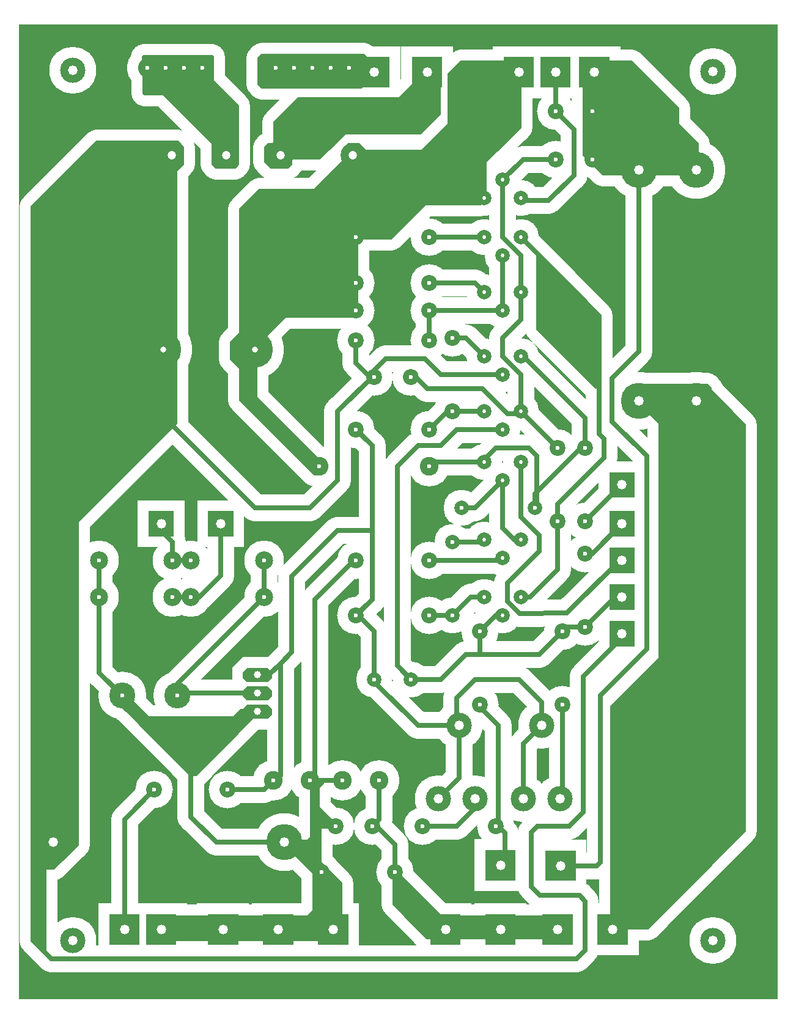
<source format=gbr>
%FSLAX34Y34*%
%MOMM*%
%LNCOPPER_BOTTOM*%
G71*
G01*
%ADD10C, 0.002*%
%ADD11C, 5.200*%
%ADD12C, 5.000*%
%ADD13C, 5.500*%
%ADD14C, 5.600*%
%ADD15C, 5.000*%
%ADD16C, 8.000*%
%ADD17C, 6.600*%
%ADD18C, 8.000*%
%ADD19C, 3.700*%
%ADD20C, 6.500*%
%ADD21C, 6.400*%
%ADD22C, 2.200*%
%ADD23C, 2.000*%
%ADD24C, 2.500*%
%ADD25C, 2.600*%
%ADD26C, 2.000*%
%ADD27C, 5.000*%
%ADD28C, 3.600*%
%ADD29C, 5.000*%
%ADD30C, 0.700*%
%ADD31C, 3.500*%
%ADD32C, 3.400*%
%ADD33C, 1.000*%
%ADD34C, 0.600*%
%ADD35C, 0.520*%
%ADD36C, 1.320*%
%ADD37C, 0.800*%
%ADD38C, 1.200*%
%LPD*%
G54D10*
X0Y1000000D02*
X1050000Y1000000D01*
X1050000Y-350000D01*
X0Y-350000D01*
X0Y1000000D01*
G36*
X0Y1000000D02*
X1050000Y1000000D01*
X1050000Y-350000D01*
X0Y-350000D01*
X0Y1000000D01*
G37*
%LPC*%
G36*
X309825Y22625D02*
X295200Y37250D01*
X295200Y58000D01*
X309825Y72625D01*
X350575Y72625D01*
X365200Y58000D01*
X365200Y37250D01*
X350575Y22625D01*
X309825Y22625D01*
G37*
G36*
X309825Y48025D02*
X295200Y62650D01*
X295200Y83400D01*
X309825Y98025D01*
X350575Y98025D01*
X365200Y83400D01*
X365200Y62650D01*
X350575Y48025D01*
X309825Y48025D01*
G37*
G36*
X309825Y73425D02*
X295200Y88050D01*
X295200Y108800D01*
X309825Y123425D01*
X350575Y123425D01*
X365200Y108800D01*
X365200Y88050D01*
X350575Y73425D01*
X309825Y73425D01*
G37*
X466725Y641350D02*
G54D11*
D03*
X568325Y641350D02*
G54D11*
D03*
X466725Y704850D02*
G54D11*
D03*
X568325Y704850D02*
G54D11*
D03*
X466725Y603250D02*
G54D11*
D03*
X568325Y603250D02*
G54D11*
D03*
X466725Y561975D02*
G54D11*
D03*
X568325Y561975D02*
G54D11*
D03*
X466725Y438150D02*
G54D11*
D03*
X568325Y438150D02*
G54D11*
D03*
X466725Y257175D02*
G54D11*
D03*
X568325Y257175D02*
G54D11*
D03*
X466725Y180975D02*
G54D11*
D03*
X568325Y180975D02*
G54D11*
D03*
X612775Y330200D02*
G54D12*
D03*
X714375Y330200D02*
G54D12*
D03*
X600075Y565150D02*
G54D11*
D03*
X600075Y463550D02*
G54D11*
D03*
X752475Y158750D02*
G54D11*
D03*
X752475Y57150D02*
G54D11*
D03*
X638175Y158750D02*
G54D11*
D03*
X638175Y57150D02*
G54D11*
D03*
X600075Y282575D02*
G54D12*
D03*
X600075Y180975D02*
G54D12*
D03*
X660400Y-111125D02*
G54D11*
D03*
X558800Y-111125D02*
G54D11*
D03*
X288925Y-60325D02*
G54D11*
D03*
X187325Y-60325D02*
G54D11*
D03*
X111125Y206375D02*
G54D13*
D03*
X212725Y206375D02*
G54D13*
D03*
X111125Y257175D02*
G54D13*
D03*
X212725Y257175D02*
G54D13*
D03*
X238125Y257175D02*
G54D13*
D03*
X339725Y257175D02*
G54D13*
D03*
X238125Y206375D02*
G54D13*
D03*
X339725Y206375D02*
G54D13*
D03*
X746125Y311150D02*
G54D11*
D03*
X746125Y412750D02*
G54D11*
D03*
X784225Y311150D02*
G54D11*
D03*
X784225Y412750D02*
G54D11*
D03*
X784225Y266700D02*
G54D11*
D03*
X784225Y165100D02*
G54D11*
D03*
X520700Y-174625D02*
G54D11*
D03*
X419100Y-174625D02*
G54D11*
D03*
X742950Y879475D02*
G54D11*
D03*
X793750Y879475D02*
G54D11*
D03*
X742950Y812800D02*
G54D11*
D03*
X793750Y812800D02*
G54D11*
D03*
X492125Y92075D02*
G54D12*
D03*
X542925Y92075D02*
G54D12*
D03*
X447675Y-47625D02*
G54D14*
D03*
X498475Y-47625D02*
G54D14*
D03*
X352425Y-47625D02*
G54D14*
D03*
X403225Y-47625D02*
G54D14*
D03*
X644525Y463550D02*
G54D15*
D03*
X669925Y438150D02*
G54D15*
D03*
X695325Y463550D02*
G54D15*
D03*
X644525Y393700D02*
G54D15*
D03*
X669925Y368300D02*
G54D15*
D03*
X695325Y393700D02*
G54D15*
D03*
X644525Y285750D02*
G54D15*
D03*
X669925Y260350D02*
G54D15*
D03*
X695325Y285750D02*
G54D15*
D03*
X644525Y206375D02*
G54D15*
D03*
X669925Y180975D02*
G54D15*
D03*
X695325Y206375D02*
G54D15*
D03*
X644525Y539750D02*
G54D15*
D03*
X669925Y514350D02*
G54D15*
D03*
X695325Y539750D02*
G54D15*
D03*
X644525Y628650D02*
G54D15*
D03*
X669925Y603250D02*
G54D15*
D03*
X695325Y628650D02*
G54D15*
D03*
X644525Y704850D02*
G54D15*
D03*
X669925Y679450D02*
G54D15*
D03*
X695325Y704850D02*
G54D15*
D03*
X695325Y758825D02*
G54D15*
D03*
X669925Y784225D02*
G54D15*
D03*
X644525Y758825D02*
G54D15*
D03*
X415925Y387350D02*
G54D14*
D03*
X568325Y387350D02*
G54D14*
D03*
X47625Y-133350D02*
G54D16*
D03*
X367625Y-133350D02*
G54D16*
D03*
X219075Y69850D02*
G54D17*
D03*
X142875Y69850D02*
G54D17*
D03*
X200025Y549275D02*
G54D18*
D03*
X327025Y549275D02*
G54D18*
D03*
X858500Y798175D02*
G54D16*
D03*
X858500Y478175D02*
G54D16*
D03*
X937875Y798175D02*
G54D16*
D03*
X937875Y478175D02*
G54D16*
D03*
G36*
X760925Y969450D02*
X832925Y969450D01*
X832925Y897450D01*
X760925Y897450D01*
X760925Y969450D01*
G37*
G36*
X656150Y969450D02*
X728150Y969450D01*
X728150Y897450D01*
X656150Y897450D01*
X656150Y969450D01*
G37*
G36*
X706950Y969450D02*
X778950Y969450D01*
X778950Y897450D01*
X706950Y897450D01*
X706950Y969450D01*
G37*
G36*
X529150Y969450D02*
X601150Y969450D01*
X601150Y897450D01*
X529150Y897450D01*
X529150Y969450D01*
G37*
G36*
X456125Y969450D02*
X528125Y969450D01*
X528125Y897450D01*
X456125Y897450D01*
X456125Y969450D01*
G37*
G36*
X110050Y-218000D02*
X182050Y-218000D01*
X182050Y-290000D01*
X110050Y-290000D01*
X110050Y-218000D01*
G37*
G36*
X160850Y-218000D02*
X232850Y-218000D01*
X232850Y-290000D01*
X160850Y-290000D01*
X160850Y-218000D01*
G37*
G36*
X246575Y-218000D02*
X318575Y-218000D01*
X318575Y-290000D01*
X246575Y-290000D01*
X246575Y-218000D01*
G37*
G36*
X322775Y-218000D02*
X394775Y-218000D01*
X394775Y-290000D01*
X322775Y-290000D01*
X322775Y-218000D01*
G37*
G36*
X398975Y-218000D02*
X470975Y-218000D01*
X470975Y-290000D01*
X398975Y-290000D01*
X398975Y-218000D01*
G37*
G36*
X554550Y-218000D02*
X626550Y-218000D01*
X626550Y-290000D01*
X554550Y-290000D01*
X554550Y-218000D01*
G37*
G36*
X630750Y-218000D02*
X702750Y-218000D01*
X702750Y-290000D01*
X630750Y-290000D01*
X630750Y-218000D01*
G37*
G36*
X710125Y-218000D02*
X782125Y-218000D01*
X782125Y-290000D01*
X710125Y-290000D01*
X710125Y-218000D01*
G37*
G36*
X786325Y-218000D02*
X858325Y-218000D01*
X858325Y-290000D01*
X786325Y-290000D01*
X786325Y-218000D01*
G37*
G36*
X802525Y394450D02*
X867525Y394450D01*
X867525Y329450D01*
X802525Y329450D01*
X802525Y394450D01*
G37*
G36*
X802525Y340475D02*
X867525Y340475D01*
X867525Y275475D01*
X802525Y275475D01*
X802525Y340475D01*
G37*
G36*
X802525Y289675D02*
X867525Y289675D01*
X867525Y224675D01*
X802525Y224675D01*
X802525Y289675D01*
G37*
G36*
X802525Y238875D02*
X867525Y238875D01*
X867525Y173875D01*
X802525Y173875D01*
X802525Y238875D01*
G37*
G36*
X802525Y188075D02*
X867525Y188075D01*
X867525Y123075D01*
X802525Y123075D01*
X802525Y188075D01*
G37*
G36*
X164350Y340475D02*
X229350Y340475D01*
X229350Y275475D01*
X164350Y275475D01*
X164350Y340475D01*
G37*
G36*
X246900Y340475D02*
X311900Y340475D01*
X311900Y275475D01*
X246900Y275475D01*
X246900Y340475D01*
G37*
G36*
X630750Y-129100D02*
X702750Y-129100D01*
X702750Y-201100D01*
X630750Y-201100D01*
X630750Y-129100D01*
G37*
G36*
X714094Y-129894D02*
X786094Y-129894D01*
X786094Y-201894D01*
X714094Y-201894D01*
X714094Y-129894D01*
G37*
X438150Y-111125D02*
G54D11*
D03*
X488950Y-111125D02*
G54D11*
D03*
G54D19*
X742950Y933450D02*
X742950Y879475D01*
X768350Y854075D01*
X768350Y790575D01*
X733425Y755650D01*
X698500Y755650D01*
X695325Y758825D01*
G54D19*
X669925Y784225D02*
X698500Y812800D01*
X742950Y812800D01*
G54D19*
X796925Y933450D02*
X796925Y882650D01*
X793750Y879475D01*
X793750Y812800D01*
X843875Y812800D01*
X858500Y798175D01*
X937875Y798175D01*
G54D19*
X695325Y539750D02*
X698500Y539750D01*
X784225Y454025D01*
X784225Y412750D01*
G54D19*
X669925Y784225D02*
X669918Y704850D01*
X695325Y679450D01*
X695325Y628650D01*
X695325Y590550D01*
X669925Y565150D01*
X669918Y539750D01*
X695325Y514350D01*
X695325Y463550D01*
X746125Y412750D01*
G54D19*
X539750Y511175D02*
X549275Y511175D01*
X565150Y495300D01*
X641350Y495300D01*
X676275Y460375D01*
X692150Y460375D01*
X695325Y463550D01*
G54D19*
X644525Y463550D02*
X600075Y463550D01*
X593725Y463550D01*
X568325Y438150D01*
G54D19*
X568325Y603250D02*
X568325Y561975D01*
G54D19*
X568325Y603250D02*
X669925Y603250D01*
X669925Y679450D01*
G54D19*
X644525Y704850D02*
X568325Y704850D01*
G54D19*
X568325Y641350D02*
X631825Y641350D01*
X644525Y628650D01*
G54D19*
X669925Y438150D02*
X606425Y438150D01*
X584200Y415925D01*
X552450Y415925D01*
X523875Y387350D01*
X523875Y111125D01*
X542925Y92075D01*
X584200Y92075D01*
X619125Y127000D01*
X720725Y127000D01*
X752475Y158750D01*
G54D19*
X638175Y158750D02*
X638175Y127050D01*
G54D19*
X669925Y180975D02*
X660400Y180975D01*
X638175Y158750D01*
G54D19*
X600075Y180975D02*
X568325Y180975D01*
G54D19*
X644525Y206375D02*
X625475Y206375D01*
X600075Y180975D01*
G54D19*
X746125Y311150D02*
X746125Y244475D01*
X708025Y206375D01*
X695325Y206375D01*
G54D19*
X835025Y257175D02*
X831850Y257175D01*
X758825Y184150D01*
X693738Y183356D01*
X676275Y200819D01*
X676275Y225425D01*
X720725Y269875D01*
X720725Y292100D01*
X695325Y317500D01*
X695325Y393700D01*
G54D19*
X612775Y330200D02*
X631825Y330200D01*
X669925Y368300D01*
G54D19*
X600075Y282575D02*
X641350Y282575D01*
X644525Y285750D01*
G54D19*
X695325Y285750D02*
X685800Y285750D01*
X669925Y301625D01*
X669925Y368300D01*
G54D19*
X835025Y206375D02*
X825500Y206375D01*
X784225Y165100D01*
X758825Y165100D01*
X752475Y158750D01*
G54D19*
X498475Y-47625D02*
X498475Y-101600D01*
X488950Y-111125D01*
X495300Y-111125D01*
X520700Y-136525D01*
X520700Y-174625D01*
X520700Y-184150D01*
X590550Y-254000D01*
X666750Y-254000D01*
X746125Y-254000D01*
G54D19*
X339725Y257175D02*
X339725Y206375D01*
G54D19*
X196850Y307975D02*
X196850Y298450D01*
X212725Y282575D01*
X212725Y257175D01*
X238125Y257175D01*
G54D19*
X212725Y206375D02*
X238125Y206375D01*
G54D19*
X279400Y307975D02*
X279400Y235750D01*
X250025Y206375D01*
X238125Y206375D01*
G54D19*
X111125Y257175D02*
X111125Y206375D01*
X111125Y101600D01*
X142875Y69850D01*
X146050Y69850D01*
X238125Y-22225D01*
X238125Y-98425D01*
X273050Y-133350D01*
X367625Y-133350D01*
X377825Y-133350D01*
X419100Y-174625D01*
G54D19*
X403225Y-47625D02*
X447675Y-47625D01*
G54D19*
X438150Y-111125D02*
X428625Y-111125D01*
X412750Y-95250D01*
X412750Y-57150D01*
X403225Y-47625D01*
G54D19*
X288925Y-60325D02*
X339725Y-60325D01*
X352425Y-47625D01*
X355600Y-47625D01*
X361950Y-41275D01*
X361950Y114300D01*
X377825Y130175D01*
X377825Y234950D01*
X441325Y298450D01*
X488950Y298450D01*
X488950Y203200D01*
X466725Y180975D01*
X469900Y180975D01*
X492125Y158750D01*
X492125Y92075D01*
X492125Y88900D01*
X552450Y28575D01*
X609600Y28575D01*
G54D19*
X466725Y257175D02*
X463550Y257175D01*
X409575Y203200D01*
X409575Y-41275D01*
X403225Y-47625D01*
G54D19*
X196850Y-254000D02*
X282575Y-254000D01*
X358775Y-254000D01*
X434975Y-254000D01*
X434975Y-190500D01*
X419100Y-174625D01*
G54D19*
X412750Y-95250D02*
X412750Y-168275D01*
X419100Y-174625D01*
G54D19*
X146050Y-254000D02*
X146050Y-101600D01*
X187325Y-60325D01*
G54D19*
X330200Y73025D02*
X222250Y73025D01*
X219075Y69850D01*
G54D19*
X339725Y206375D02*
X219075Y85725D01*
X219075Y69850D01*
G54D19*
X330200Y47625D02*
X307975Y47625D01*
X238125Y-22225D01*
G54D19*
X330200Y98425D02*
X346075Y98425D01*
X361950Y114300D01*
G54D19*
X466725Y438150D02*
X488950Y415925D01*
X488950Y298450D01*
G54D19*
X644525Y393700D02*
X574675Y393700D01*
X568325Y387350D01*
G54D19*
X784225Y412750D02*
X777875Y412750D01*
X714375Y349250D01*
X714375Y330200D01*
X492125Y511175D02*
G54D11*
D03*
X542925Y511175D02*
G54D11*
D03*
G54D19*
X492125Y511175D02*
X492125Y520700D01*
X508000Y536575D01*
X561975Y536575D01*
X584200Y514350D01*
X669925Y514350D01*
G54D19*
X466725Y561975D02*
X466725Y530225D01*
X482600Y514350D01*
X488950Y514350D01*
X492125Y511175D01*
X488950Y511175D01*
X441325Y463550D01*
X441325Y368300D01*
X403225Y330200D01*
X327025Y330200D01*
X200025Y457200D01*
X200025Y549275D01*
G54D19*
X415925Y387350D02*
X412750Y387350D01*
X327025Y473075D01*
X327025Y549275D01*
G54D19*
X631825Y-73025D02*
X631825Y-85725D01*
X606425Y-111125D01*
X558800Y-111125D01*
G54D19*
X660400Y-111125D02*
X663575Y-111125D01*
X673100Y-120650D01*
X673100Y-158750D01*
X666750Y-165100D01*
G54D19*
X638175Y57150D02*
X638175Y53975D01*
X663575Y28575D01*
X663575Y-107950D01*
X660400Y-111125D01*
G54D19*
X752475Y57150D02*
X752475Y-69850D01*
X749300Y-73025D01*
G54D19*
X698500Y-73025D02*
X698500Y3175D01*
X723900Y28575D01*
X723900Y60325D01*
X692150Y92075D01*
X631825Y92075D01*
X606425Y66675D01*
X606425Y31750D01*
X609600Y28575D01*
X609600Y-44450D01*
X581025Y-73025D01*
X609600Y28575D02*
G54D20*
D03*
X581025Y-73025D02*
G54D20*
D03*
X631825Y-73025D02*
G54D20*
D03*
X723900Y28575D02*
G54D20*
D03*
X749300Y-73025D02*
G54D20*
D03*
X698500Y-73025D02*
G54D20*
D03*
G36*
X367625Y-133350D02*
X400050Y-133350D01*
X406400Y-127000D01*
X406400Y-50800D01*
X403225Y-47625D01*
X419100Y-47625D01*
X419100Y-50800D01*
X412750Y-57150D01*
X412750Y-85725D01*
X438150Y-111125D01*
X419100Y-111125D01*
X415925Y-107950D01*
X415925Y-161925D01*
X444500Y-190500D01*
X444500Y-244475D01*
X422275Y-266700D01*
X209550Y-266700D01*
X196850Y-254000D01*
X196850Y-250825D01*
X209550Y-238125D01*
X400050Y-238125D01*
X409575Y-228600D01*
X409575Y-175300D01*
X367625Y-133350D01*
G37*
G54D19*
X367625Y-133350D02*
X400050Y-133350D01*
X406400Y-127000D01*
X406400Y-50800D01*
X403225Y-47625D01*
X419100Y-47625D01*
X419100Y-50800D01*
X412750Y-57150D01*
X412750Y-85725D01*
X438150Y-111125D01*
X419100Y-111125D01*
X415925Y-107950D01*
X415925Y-161925D01*
X444500Y-190500D01*
X444500Y-244475D01*
X422275Y-266700D01*
X209550Y-266700D01*
X196850Y-254000D01*
X196850Y-250825D01*
X209550Y-238125D01*
X400050Y-238125D01*
X409575Y-228600D01*
X409575Y-175300D01*
X367625Y-133350D01*
G36*
X133350Y76200D02*
X133350Y66675D01*
X238125Y-38100D01*
X244475Y-38100D01*
X330200Y47625D01*
X307975Y47625D01*
X298450Y38100D01*
X174625Y38100D01*
X142875Y69850D01*
X142875Y57150D01*
X149225Y50800D01*
X133350Y76200D01*
G37*
G54D19*
X133350Y76200D02*
X133350Y66675D01*
X238125Y-38100D01*
X244475Y-38100D01*
X330200Y47625D01*
X307975Y47625D01*
X298450Y38100D01*
X174625Y38100D01*
X142875Y69850D01*
X142875Y57150D01*
X149225Y50800D01*
X133350Y76200D01*
G36*
X822325Y53975D02*
X889000Y120650D01*
X889000Y447675D01*
X858500Y478175D01*
X858500Y496550D01*
X860425Y498475D01*
X952500Y498475D01*
X955675Y495300D01*
X955675Y492125D01*
X1003300Y444500D01*
X1003300Y-117475D01*
X869950Y-250825D01*
X825500Y-250825D01*
X822325Y-254000D01*
X822325Y53975D01*
G37*
G54D19*
X822325Y53975D02*
X889000Y120650D01*
X889000Y447675D01*
X858500Y478175D01*
X858500Y496550D01*
X860425Y498475D01*
X952500Y498475D01*
X955675Y495300D01*
X955675Y492125D01*
X1003300Y444500D01*
X1003300Y-117475D01*
X869950Y-250825D01*
X825500Y-250825D01*
X822325Y-254000D01*
X822325Y53975D01*
G36*
X34925Y-168275D02*
X47625Y-168275D01*
X79375Y-136525D01*
X79375Y311150D01*
X215900Y447675D01*
X215900Y796925D01*
X225425Y806450D01*
X225425Y828675D01*
X219075Y835025D01*
X107950Y835025D01*
X19050Y746125D01*
X19050Y-269875D01*
X34925Y-284162D01*
X34925Y-168275D01*
G37*
G54D19*
X34925Y-168275D02*
X47625Y-168275D01*
X79375Y-136525D01*
X79375Y311150D01*
X215900Y447675D01*
X215900Y796925D01*
X225425Y806450D01*
X225425Y828675D01*
X219075Y835025D01*
X107950Y835025D01*
X19050Y746125D01*
X19050Y-269875D01*
X34925Y-284162D01*
X34925Y-168275D01*
G36*
X796925Y933450D02*
X796925Y923925D01*
X784225Y911225D01*
X784225Y819150D01*
X809625Y793750D01*
X933450Y793750D01*
X937875Y798175D01*
X937875Y833775D01*
X911225Y860425D01*
X911225Y882650D01*
X847725Y946150D01*
X809625Y946150D01*
X796925Y933450D01*
G37*
G54D19*
X796925Y933450D02*
X796925Y923925D01*
X784225Y911225D01*
X784225Y819150D01*
X809625Y793750D01*
X933450Y793750D01*
X937875Y798175D01*
X937875Y833775D01*
X911225Y860425D01*
X911225Y882650D01*
X847725Y946150D01*
X809625Y946150D01*
X796925Y933450D01*
G36*
X173831Y954088D02*
X266700Y954088D01*
X266700Y920750D01*
X301625Y885825D01*
X301625Y806450D01*
X298450Y803275D01*
X273050Y803275D01*
X269875Y806450D01*
X269875Y835025D01*
X196850Y908050D01*
X201612Y904875D01*
X174625Y904875D01*
X173831Y954088D01*
G37*
G54D19*
X173831Y954088D02*
X266700Y954088D01*
X266700Y920750D01*
X301625Y885825D01*
X301625Y806450D01*
X298450Y803275D01*
X273050Y803275D01*
X269875Y806450D01*
X269875Y835025D01*
X196850Y908050D01*
X201612Y904875D01*
X174625Y904875D01*
X173831Y954088D01*
G36*
X333375Y917575D02*
X336550Y914400D01*
X473075Y914400D01*
X492125Y933450D01*
X492125Y939800D01*
X476250Y955675D01*
X336550Y955675D01*
X333375Y952500D01*
X333375Y917575D01*
G37*
G54D19*
X333375Y917575D02*
X336550Y914400D01*
X473075Y914400D01*
X492125Y933450D01*
X492125Y939800D01*
X476250Y955675D01*
X336550Y955675D01*
X333375Y952500D01*
X333375Y917575D01*
G36*
X704850Y946150D02*
X612775Y946150D01*
X596900Y930275D01*
X596900Y860425D01*
X558800Y822325D01*
X479425Y822325D01*
X469900Y831850D01*
X457200Y831850D01*
X454025Y828675D01*
X454025Y812800D01*
X409575Y768350D01*
X333375Y768350D01*
X307975Y742950D01*
X307975Y571500D01*
X295275Y558800D01*
X295275Y536575D01*
X307975Y523875D01*
X307975Y479425D01*
X409575Y377825D01*
X409575Y381000D01*
X415925Y387350D01*
X415925Y393700D01*
X327025Y482600D01*
X327025Y555625D01*
X368300Y596900D01*
X460375Y596900D01*
X466725Y603250D01*
X466725Y704850D01*
X514350Y704850D01*
X561975Y752475D01*
X638175Y752475D01*
X644525Y758825D01*
X644525Y809625D01*
X692150Y857250D01*
X692150Y933450D01*
X704850Y946150D01*
G37*
G54D19*
X704850Y946150D02*
X612775Y946150D01*
X596900Y930275D01*
X596900Y860425D01*
X558800Y822325D01*
X479425Y822325D01*
X469900Y831850D01*
X457200Y831850D01*
X454025Y828675D01*
X454025Y812800D01*
X409575Y768350D01*
X333375Y768350D01*
X307975Y742950D01*
X307975Y571500D01*
X295275Y558800D01*
X295275Y536575D01*
X307975Y523875D01*
X307975Y479425D01*
X409575Y377825D01*
X409575Y381000D01*
X415925Y387350D01*
X415925Y393700D01*
X327025Y482600D01*
X327025Y555625D01*
X368300Y596900D01*
X460375Y596900D01*
X466725Y603250D01*
X466725Y704850D01*
X514350Y704850D01*
X561975Y752475D01*
X638175Y752475D01*
X644525Y758825D01*
X644525Y809625D01*
X692150Y857250D01*
X692150Y933450D01*
X704850Y946150D01*
G36*
X355600Y803275D02*
X349250Y803275D01*
X342900Y809625D01*
X342900Y828675D01*
X346075Y831850D01*
X352425Y831850D01*
X355600Y835025D01*
X355600Y863600D01*
X387350Y895350D01*
X527050Y895350D01*
X565150Y933450D01*
X565150Y930275D01*
X581025Y914400D01*
X581025Y876300D01*
X555625Y850900D01*
X450850Y850900D01*
X415925Y815975D01*
X377825Y815975D01*
X374650Y812800D01*
X374650Y806450D01*
X371475Y803275D01*
X349250Y803275D01*
X355600Y803275D01*
G37*
G54D19*
X355600Y803275D02*
X349250Y803275D01*
X342900Y809625D01*
X342900Y828675D01*
X346075Y831850D01*
X352425Y831850D01*
X355600Y835025D01*
X355600Y863600D01*
X387350Y895350D01*
X527050Y895350D01*
X565150Y933450D01*
X565150Y930275D01*
X581025Y914400D01*
X581025Y876300D01*
X555625Y850900D01*
X450850Y850900D01*
X415925Y815975D01*
X377825Y815975D01*
X374650Y812800D01*
X374650Y806450D01*
X371475Y803275D01*
X349250Y803275D01*
X355600Y803275D01*
G36*
X719931Y679450D02*
X719931Y577850D01*
X799306Y498475D01*
X799306Y600075D01*
X719931Y679450D01*
G37*
G54D19*
X719931Y679450D02*
X719931Y577850D01*
X799306Y498475D01*
X799306Y600075D01*
X719931Y679450D01*
G54D19*
X644525Y393700D02*
X644525Y396875D01*
X660400Y412750D01*
X705755Y412750D01*
X716868Y401638D01*
X716868Y332693D01*
X714375Y330200D01*
G54D19*
X568325Y257175D02*
X666750Y257175D01*
X669925Y260350D01*
G54D19*
X600075Y565150D02*
X619125Y565150D01*
X644525Y539750D01*
G54D19*
X784225Y311150D02*
X835025Y361950D01*
G54D19*
X784225Y266700D02*
X793750Y266700D01*
X835025Y307975D01*
X961231Y-269875D02*
G54D20*
D03*
X961231Y934244D02*
G54D20*
D03*
X74612Y-269875D02*
G54D20*
D03*
X74612Y935831D02*
G54D20*
D03*
G36*
X520700Y-174625D02*
X520700Y-219075D01*
X565944Y-264319D01*
X735806Y-264319D01*
X746125Y-254000D01*
X744538Y-254000D01*
X728662Y-238125D01*
X584200Y-238125D01*
X520700Y-174625D01*
G37*
G54D19*
X520700Y-174625D02*
X520700Y-219075D01*
X565944Y-264319D01*
X735806Y-264319D01*
X746125Y-254000D01*
X744538Y-254000D01*
X728662Y-238125D01*
X584200Y-238125D01*
X520700Y-174625D01*
G54D19*
X858500Y798175D02*
X858500Y546556D01*
X821531Y509588D01*
X821531Y449262D01*
X869156Y401638D01*
X869156Y134144D01*
X804862Y69850D01*
X804862Y-161131D01*
X800100Y-165894D01*
G54D19*
X835025Y155575D02*
X835025Y150019D01*
X781050Y96044D01*
X781050Y-92075D01*
X762000Y-111125D01*
X718344Y-111125D01*
X709612Y-119856D01*
X709612Y-195262D01*
X721519Y-207169D01*
X776288Y-207169D01*
X784225Y-215106D01*
X784225Y-283369D01*
X772319Y-295275D01*
X44450Y-295275D01*
X19050Y-269875D01*
G54D19*
X750094Y-165894D02*
X800100Y-165894D01*
G54D19*
X746125Y311150D02*
X746125Y334962D01*
X810419Y399256D01*
X810419Y425450D01*
X803275Y432594D01*
X803275Y596106D01*
X751681Y648494D01*
X695325Y704850D01*
X361931Y818356D02*
G54D21*
D03*
X286931Y818356D02*
G54D21*
D03*
X211931Y818356D02*
G54D21*
D03*
X461931Y818356D02*
G54D21*
D03*
X177800Y939800D02*
G54D14*
D03*
X228600Y939800D02*
G54D14*
D03*
X457200Y939800D02*
G54D14*
D03*
X406400Y939800D02*
G54D14*
D03*
X381000Y939800D02*
G54D14*
D03*
X355600Y939800D02*
G54D14*
D03*
X431800Y939800D02*
G54D14*
D03*
X203200Y939800D02*
G54D14*
D03*
X254000Y939800D02*
G54D14*
D03*
%LPD*%
G36*
X316050Y37625D02*
X310200Y43475D01*
X310200Y51775D01*
X316050Y57625D01*
X344350Y57625D01*
X350200Y51775D01*
X350200Y43475D01*
X344350Y37625D01*
X316050Y37625D01*
G37*
G36*
X316050Y63025D02*
X310200Y68875D01*
X310200Y77175D01*
X316050Y83025D01*
X344350Y83025D01*
X350200Y77175D01*
X350200Y68875D01*
X344350Y63025D01*
X316050Y63025D01*
G37*
G36*
X316050Y88425D02*
X310200Y94275D01*
X310200Y102575D01*
X316050Y108425D01*
X344350Y108425D01*
X350200Y102575D01*
X350200Y94275D01*
X344350Y88425D01*
X316050Y88425D01*
G37*
X466725Y641350D02*
G54D22*
D03*
X568325Y641350D02*
G54D22*
D03*
X466725Y704850D02*
G54D22*
D03*
X568325Y704850D02*
G54D22*
D03*
X466725Y603250D02*
G54D22*
D03*
X568325Y603250D02*
G54D22*
D03*
X466725Y561975D02*
G54D22*
D03*
X568325Y561975D02*
G54D22*
D03*
X466725Y438150D02*
G54D22*
D03*
X568325Y438150D02*
G54D22*
D03*
X466725Y257175D02*
G54D22*
D03*
X568325Y257175D02*
G54D22*
D03*
X466725Y180975D02*
G54D22*
D03*
X568325Y180975D02*
G54D22*
D03*
X612775Y330200D02*
G54D23*
D03*
X714375Y330200D02*
G54D23*
D03*
X600075Y565150D02*
G54D22*
D03*
X600075Y463550D02*
G54D22*
D03*
X752475Y158750D02*
G54D22*
D03*
X752475Y57150D02*
G54D22*
D03*
X638175Y158750D02*
G54D22*
D03*
X638175Y57150D02*
G54D22*
D03*
X600075Y282575D02*
G54D23*
D03*
X600075Y180975D02*
G54D23*
D03*
X660400Y-111125D02*
G54D22*
D03*
X558800Y-111125D02*
G54D22*
D03*
X288925Y-60325D02*
G54D22*
D03*
X187325Y-60325D02*
G54D22*
D03*
X111125Y206375D02*
G54D24*
D03*
X212725Y206375D02*
G54D24*
D03*
X111125Y257175D02*
G54D24*
D03*
X212725Y257175D02*
G54D24*
D03*
X238125Y257175D02*
G54D24*
D03*
X339725Y257175D02*
G54D24*
D03*
X238125Y206375D02*
G54D24*
D03*
X339725Y206375D02*
G54D24*
D03*
X746125Y311150D02*
G54D22*
D03*
X746125Y412750D02*
G54D22*
D03*
X784225Y311150D02*
G54D22*
D03*
X784225Y412750D02*
G54D22*
D03*
X784225Y266700D02*
G54D22*
D03*
X784225Y165100D02*
G54D22*
D03*
X520700Y-174625D02*
G54D22*
D03*
X419100Y-174625D02*
G54D22*
D03*
X742950Y879475D02*
G54D22*
D03*
X793750Y879475D02*
G54D22*
D03*
X742950Y812800D02*
G54D22*
D03*
X793750Y812800D02*
G54D22*
D03*
X492125Y92075D02*
G54D23*
D03*
X542925Y92075D02*
G54D23*
D03*
X447675Y-47625D02*
G54D25*
D03*
X498475Y-47625D02*
G54D25*
D03*
X352425Y-47625D02*
G54D25*
D03*
X403225Y-47625D02*
G54D25*
D03*
X644525Y463550D02*
G54D26*
D03*
X669925Y438150D02*
G54D26*
D03*
X695325Y463550D02*
G54D26*
D03*
X644525Y393700D02*
G54D26*
D03*
X669925Y368300D02*
G54D26*
D03*
X695325Y393700D02*
G54D26*
D03*
X644525Y285750D02*
G54D26*
D03*
X669925Y260350D02*
G54D26*
D03*
X695325Y285750D02*
G54D26*
D03*
X644525Y206375D02*
G54D26*
D03*
X669925Y180975D02*
G54D26*
D03*
X695325Y206375D02*
G54D26*
D03*
X644525Y539750D02*
G54D26*
D03*
X669925Y514350D02*
G54D26*
D03*
X695325Y539750D02*
G54D26*
D03*
X644525Y628650D02*
G54D26*
D03*
X669925Y603250D02*
G54D26*
D03*
X695325Y628650D02*
G54D26*
D03*
X644525Y704850D02*
G54D26*
D03*
X669925Y679450D02*
G54D26*
D03*
X695325Y704850D02*
G54D26*
D03*
X695325Y758825D02*
G54D26*
D03*
X669925Y784225D02*
G54D26*
D03*
X644525Y758825D02*
G54D26*
D03*
X415925Y387350D02*
G54D25*
D03*
X568325Y387350D02*
G54D25*
D03*
X47625Y-133350D02*
G54D27*
D03*
X367625Y-133350D02*
G54D27*
D03*
X219075Y69850D02*
G54D28*
D03*
X142875Y69850D02*
G54D28*
D03*
X200025Y549275D02*
G54D29*
D03*
X327025Y549275D02*
G54D29*
D03*
X858500Y798175D02*
G54D27*
D03*
X858500Y478175D02*
G54D27*
D03*
X937875Y798175D02*
G54D27*
D03*
X937875Y478175D02*
G54D27*
D03*
G36*
X775925Y954450D02*
X817925Y954450D01*
X817925Y912450D01*
X775925Y912450D01*
X775925Y954450D01*
G37*
G36*
X671150Y954450D02*
X713150Y954450D01*
X713150Y912450D01*
X671150Y912450D01*
X671150Y954450D01*
G37*
G36*
X721950Y954450D02*
X763950Y954450D01*
X763950Y912450D01*
X721950Y912450D01*
X721950Y954450D01*
G37*
G36*
X544150Y954450D02*
X586150Y954450D01*
X586150Y912450D01*
X544150Y912450D01*
X544150Y954450D01*
G37*
G36*
X471125Y954450D02*
X513125Y954450D01*
X513125Y912450D01*
X471125Y912450D01*
X471125Y954450D01*
G37*
G36*
X125050Y-233000D02*
X167050Y-233000D01*
X167050Y-275000D01*
X125050Y-275000D01*
X125050Y-233000D01*
G37*
G36*
X175850Y-233000D02*
X217850Y-233000D01*
X217850Y-275000D01*
X175850Y-275000D01*
X175850Y-233000D01*
G37*
G36*
X261575Y-233000D02*
X303575Y-233000D01*
X303575Y-275000D01*
X261575Y-275000D01*
X261575Y-233000D01*
G37*
G36*
X337775Y-233000D02*
X379775Y-233000D01*
X379775Y-275000D01*
X337775Y-275000D01*
X337775Y-233000D01*
G37*
G36*
X413975Y-233000D02*
X455975Y-233000D01*
X455975Y-275000D01*
X413975Y-275000D01*
X413975Y-233000D01*
G37*
G36*
X569550Y-233000D02*
X611550Y-233000D01*
X611550Y-275000D01*
X569550Y-275000D01*
X569550Y-233000D01*
G37*
G36*
X645750Y-233000D02*
X687750Y-233000D01*
X687750Y-275000D01*
X645750Y-275000D01*
X645750Y-233000D01*
G37*
G36*
X725125Y-233000D02*
X767125Y-233000D01*
X767125Y-275000D01*
X725125Y-275000D01*
X725125Y-233000D01*
G37*
G36*
X801325Y-233000D02*
X843325Y-233000D01*
X843325Y-275000D01*
X801325Y-275000D01*
X801325Y-233000D01*
G37*
G36*
X817525Y379450D02*
X852525Y379450D01*
X852525Y344450D01*
X817525Y344450D01*
X817525Y379450D01*
G37*
G36*
X817525Y325475D02*
X852525Y325475D01*
X852525Y290475D01*
X817525Y290475D01*
X817525Y325475D01*
G37*
G36*
X817525Y274675D02*
X852525Y274675D01*
X852525Y239675D01*
X817525Y239675D01*
X817525Y274675D01*
G37*
G36*
X817525Y223875D02*
X852525Y223875D01*
X852525Y188875D01*
X817525Y188875D01*
X817525Y223875D01*
G37*
G36*
X817525Y173075D02*
X852525Y173075D01*
X852525Y138075D01*
X817525Y138075D01*
X817525Y173075D01*
G37*
G36*
X179350Y325475D02*
X214350Y325475D01*
X214350Y290475D01*
X179350Y290475D01*
X179350Y325475D01*
G37*
G36*
X261900Y325475D02*
X296900Y325475D01*
X296900Y290475D01*
X261900Y290475D01*
X261900Y325475D01*
G37*
G36*
X645750Y-144100D02*
X687750Y-144100D01*
X687750Y-186100D01*
X645750Y-186100D01*
X645750Y-144100D01*
G37*
G36*
X729094Y-144894D02*
X771094Y-144894D01*
X771094Y-186894D01*
X729094Y-186894D01*
X729094Y-144894D01*
G37*
X438150Y-111125D02*
G54D22*
D03*
X488950Y-111125D02*
G54D22*
D03*
G54D30*
X742950Y933450D02*
X742950Y879475D01*
X768350Y854075D01*
X768350Y790575D01*
X733425Y755650D01*
X698500Y755650D01*
X695325Y758825D01*
G54D30*
X669925Y784225D02*
X698500Y812800D01*
X742950Y812800D01*
G54D30*
X796925Y933450D02*
X796925Y882650D01*
X793750Y879475D01*
X793750Y812800D01*
X843875Y812800D01*
X858500Y798175D01*
X937875Y798175D01*
G54D30*
X695325Y539750D02*
X698500Y539750D01*
X784225Y454025D01*
X784225Y412750D01*
G54D30*
X669925Y784225D02*
X669918Y704850D01*
X695325Y679450D01*
X695325Y628650D01*
X695325Y590550D01*
X669925Y565150D01*
X669918Y539750D01*
X695325Y514350D01*
X695325Y463550D01*
X746125Y412750D01*
G54D30*
X539750Y511175D02*
X549275Y511175D01*
X565150Y495300D01*
X641350Y495300D01*
X676275Y460375D01*
X692150Y460375D01*
X695325Y463550D01*
G54D30*
X644525Y463550D02*
X600075Y463550D01*
X593725Y463550D01*
X568325Y438150D01*
G54D30*
X568325Y603250D02*
X568325Y561975D01*
G54D30*
X568325Y603250D02*
X669925Y603250D01*
X669925Y679450D01*
G54D30*
X644525Y704850D02*
X568325Y704850D01*
G54D30*
X568325Y641350D02*
X631825Y641350D01*
X644525Y628650D01*
G54D30*
X669925Y438150D02*
X606425Y438150D01*
X584200Y415925D01*
X552450Y415925D01*
X523875Y387350D01*
X523875Y111125D01*
X542925Y92075D01*
X584200Y92075D01*
X619125Y127000D01*
X720725Y127000D01*
X752475Y158750D01*
G54D30*
X638175Y158750D02*
X638175Y127050D01*
G54D30*
X669925Y180975D02*
X660400Y180975D01*
X638175Y158750D01*
G54D30*
X600075Y180975D02*
X568325Y180975D01*
G54D30*
X644525Y206375D02*
X625475Y206375D01*
X600075Y180975D01*
G54D30*
X746125Y311150D02*
X746125Y244475D01*
X708025Y206375D01*
X695325Y206375D01*
G54D30*
X835025Y257175D02*
X831850Y257175D01*
X758825Y184150D01*
X693738Y183356D01*
X676275Y200819D01*
X676275Y225425D01*
X720725Y269875D01*
X720725Y292100D01*
X695325Y317500D01*
X695325Y393700D01*
G54D30*
X612775Y330200D02*
X631825Y330200D01*
X669925Y368300D01*
G54D30*
X600075Y282575D02*
X641350Y282575D01*
X644525Y285750D01*
G54D30*
X695325Y285750D02*
X685800Y285750D01*
X669925Y301625D01*
X669925Y368300D01*
G54D30*
X835025Y206375D02*
X825500Y206375D01*
X784225Y165100D01*
X758825Y165100D01*
X752475Y158750D01*
G54D30*
X498475Y-47625D02*
X498475Y-101600D01*
X488950Y-111125D01*
X495300Y-111125D01*
X520700Y-136525D01*
X520700Y-174625D01*
X520700Y-184150D01*
X590550Y-254000D01*
X666750Y-254000D01*
X746125Y-254000D01*
G54D30*
X339725Y257175D02*
X339725Y206375D01*
G54D30*
X196850Y307975D02*
X196850Y298450D01*
X212725Y282575D01*
X212725Y257175D01*
X238125Y257175D01*
G54D30*
X212725Y206375D02*
X238125Y206375D01*
G54D30*
X279400Y307975D02*
X279400Y235750D01*
X250025Y206375D01*
X238125Y206375D01*
G54D30*
X111125Y257175D02*
X111125Y206375D01*
X111125Y101600D01*
X142875Y69850D01*
X146050Y69850D01*
X238125Y-22225D01*
X238125Y-98425D01*
X273050Y-133350D01*
X367625Y-133350D01*
X377825Y-133350D01*
X419100Y-174625D01*
G54D30*
X403225Y-47625D02*
X447675Y-47625D01*
G54D30*
X438150Y-111125D02*
X428625Y-111125D01*
X412750Y-95250D01*
X412750Y-57150D01*
X403225Y-47625D01*
G54D30*
X288925Y-60325D02*
X339725Y-60325D01*
X352425Y-47625D01*
X355600Y-47625D01*
X361950Y-41275D01*
X361950Y114300D01*
X377825Y130175D01*
X377825Y234950D01*
X441325Y298450D01*
X488950Y298450D01*
X488950Y203200D01*
X466725Y180975D01*
X469900Y180975D01*
X492125Y158750D01*
X492125Y92075D01*
X492125Y88900D01*
X552450Y28575D01*
X609600Y28575D01*
G54D30*
X466725Y257175D02*
X463550Y257175D01*
X409575Y203200D01*
X409575Y-41275D01*
X403225Y-47625D01*
G54D30*
X196850Y-254000D02*
X282575Y-254000D01*
X358775Y-254000D01*
X434975Y-254000D01*
X434975Y-190500D01*
X419100Y-174625D01*
G54D30*
X412750Y-95250D02*
X412750Y-168275D01*
X419100Y-174625D01*
G54D30*
X146050Y-254000D02*
X146050Y-101600D01*
X187325Y-60325D01*
G54D30*
X330200Y73025D02*
X222250Y73025D01*
X219075Y69850D01*
G54D30*
X339725Y206375D02*
X219075Y85725D01*
X219075Y69850D01*
G54D30*
X330200Y47625D02*
X307975Y47625D01*
X238125Y-22225D01*
G54D30*
X330200Y98425D02*
X346075Y98425D01*
X361950Y114300D01*
G54D30*
X466725Y438150D02*
X488950Y415925D01*
X488950Y298450D01*
G54D30*
X644525Y393700D02*
X574675Y393700D01*
X568325Y387350D01*
G54D30*
X784225Y412750D02*
X777875Y412750D01*
X714375Y349250D01*
X714375Y330200D01*
X492125Y511175D02*
G54D22*
D03*
X542925Y511175D02*
G54D22*
D03*
G54D30*
X492125Y511175D02*
X492125Y520700D01*
X508000Y536575D01*
X561975Y536575D01*
X584200Y514350D01*
X669925Y514350D01*
G54D30*
X466725Y561975D02*
X466725Y530225D01*
X482600Y514350D01*
X488950Y514350D01*
X492125Y511175D01*
X488950Y511175D01*
X441325Y463550D01*
X441325Y368300D01*
X403225Y330200D01*
X327025Y330200D01*
X200025Y457200D01*
X200025Y549275D01*
G54D30*
X415925Y387350D02*
X412750Y387350D01*
X327025Y473075D01*
X327025Y549275D01*
G54D30*
X631825Y-73025D02*
X631825Y-85725D01*
X606425Y-111125D01*
X558800Y-111125D01*
G54D30*
X660400Y-111125D02*
X663575Y-111125D01*
X673100Y-120650D01*
X673100Y-158750D01*
X666750Y-165100D01*
G54D30*
X638175Y57150D02*
X638175Y53975D01*
X663575Y28575D01*
X663575Y-107950D01*
X660400Y-111125D01*
G54D30*
X752475Y57150D02*
X752475Y-69850D01*
X749300Y-73025D01*
G54D30*
X698500Y-73025D02*
X698500Y3175D01*
X723900Y28575D01*
X723900Y60325D01*
X692150Y92075D01*
X631825Y92075D01*
X606425Y66675D01*
X606425Y31750D01*
X609600Y28575D01*
X609600Y-44450D01*
X581025Y-73025D01*
X609600Y28575D02*
G54D31*
D03*
X581025Y-73025D02*
G54D31*
D03*
X631825Y-73025D02*
G54D31*
D03*
X723900Y28575D02*
G54D31*
D03*
X749300Y-73025D02*
G54D31*
D03*
X698500Y-73025D02*
G54D31*
D03*
G36*
X367625Y-133350D02*
X400050Y-133350D01*
X406400Y-127000D01*
X406400Y-50800D01*
X403225Y-47625D01*
X419100Y-47625D01*
X419100Y-50800D01*
X412750Y-57150D01*
X412750Y-85725D01*
X438150Y-111125D01*
X419100Y-111125D01*
X415925Y-107950D01*
X415925Y-161925D01*
X444500Y-190500D01*
X444500Y-244475D01*
X422275Y-266700D01*
X209550Y-266700D01*
X196850Y-254000D01*
X196850Y-250825D01*
X209550Y-238125D01*
X400050Y-238125D01*
X409575Y-228600D01*
X409575Y-175300D01*
X367625Y-133350D01*
G37*
G54D30*
X367625Y-133350D02*
X400050Y-133350D01*
X406400Y-127000D01*
X406400Y-50800D01*
X403225Y-47625D01*
X419100Y-47625D01*
X419100Y-50800D01*
X412750Y-57150D01*
X412750Y-85725D01*
X438150Y-111125D01*
X419100Y-111125D01*
X415925Y-107950D01*
X415925Y-161925D01*
X444500Y-190500D01*
X444500Y-244475D01*
X422275Y-266700D01*
X209550Y-266700D01*
X196850Y-254000D01*
X196850Y-250825D01*
X209550Y-238125D01*
X400050Y-238125D01*
X409575Y-228600D01*
X409575Y-175300D01*
X367625Y-133350D01*
G36*
X133350Y76200D02*
X133350Y66675D01*
X238125Y-38100D01*
X244475Y-38100D01*
X330200Y47625D01*
X307975Y47625D01*
X298450Y38100D01*
X174625Y38100D01*
X142875Y69850D01*
X142875Y57150D01*
X149225Y50800D01*
X133350Y76200D01*
G37*
G54D30*
X133350Y76200D02*
X133350Y66675D01*
X238125Y-38100D01*
X244475Y-38100D01*
X330200Y47625D01*
X307975Y47625D01*
X298450Y38100D01*
X174625Y38100D01*
X142875Y69850D01*
X142875Y57150D01*
X149225Y50800D01*
X133350Y76200D01*
G36*
X822325Y53975D02*
X889000Y120650D01*
X889000Y447675D01*
X858500Y478175D01*
X858500Y496550D01*
X860425Y498475D01*
X952500Y498475D01*
X955675Y495300D01*
X955675Y492125D01*
X1003300Y444500D01*
X1003300Y-117475D01*
X869950Y-250825D01*
X825500Y-250825D01*
X822325Y-254000D01*
X822325Y53975D01*
G37*
G54D30*
X822325Y53975D02*
X889000Y120650D01*
X889000Y447675D01*
X858500Y478175D01*
X858500Y496550D01*
X860425Y498475D01*
X952500Y498475D01*
X955675Y495300D01*
X955675Y492125D01*
X1003300Y444500D01*
X1003300Y-117475D01*
X869950Y-250825D01*
X825500Y-250825D01*
X822325Y-254000D01*
X822325Y53975D01*
G36*
X34925Y-168275D02*
X47625Y-168275D01*
X79375Y-136525D01*
X79375Y311150D01*
X215900Y447675D01*
X215900Y796925D01*
X225425Y806450D01*
X225425Y828675D01*
X219075Y835025D01*
X107950Y835025D01*
X19050Y746125D01*
X19050Y-269875D01*
X34925Y-284162D01*
X34925Y-168275D01*
G37*
G54D30*
X34925Y-168275D02*
X47625Y-168275D01*
X79375Y-136525D01*
X79375Y311150D01*
X215900Y447675D01*
X215900Y796925D01*
X225425Y806450D01*
X225425Y828675D01*
X219075Y835025D01*
X107950Y835025D01*
X19050Y746125D01*
X19050Y-269875D01*
X34925Y-284162D01*
X34925Y-168275D01*
G36*
X796925Y933450D02*
X796925Y923925D01*
X784225Y911225D01*
X784225Y819150D01*
X809625Y793750D01*
X933450Y793750D01*
X937875Y798175D01*
X937875Y833775D01*
X911225Y860425D01*
X911225Y882650D01*
X847725Y946150D01*
X809625Y946150D01*
X796925Y933450D01*
G37*
G54D30*
X796925Y933450D02*
X796925Y923925D01*
X784225Y911225D01*
X784225Y819150D01*
X809625Y793750D01*
X933450Y793750D01*
X937875Y798175D01*
X937875Y833775D01*
X911225Y860425D01*
X911225Y882650D01*
X847725Y946150D01*
X809625Y946150D01*
X796925Y933450D01*
G36*
X173831Y954088D02*
X266700Y954088D01*
X266700Y920750D01*
X301625Y885825D01*
X301625Y806450D01*
X298450Y803275D01*
X273050Y803275D01*
X269875Y806450D01*
X269875Y835025D01*
X196850Y908050D01*
X201612Y904875D01*
X174625Y904875D01*
X173831Y954088D01*
G37*
G54D30*
X173831Y954088D02*
X266700Y954088D01*
X266700Y920750D01*
X301625Y885825D01*
X301625Y806450D01*
X298450Y803275D01*
X273050Y803275D01*
X269875Y806450D01*
X269875Y835025D01*
X196850Y908050D01*
X201612Y904875D01*
X174625Y904875D01*
X173831Y954088D01*
G36*
X333375Y917575D02*
X336550Y914400D01*
X473075Y914400D01*
X492125Y933450D01*
X492125Y939800D01*
X476250Y955675D01*
X336550Y955675D01*
X333375Y952500D01*
X333375Y917575D01*
G37*
G54D30*
X333375Y917575D02*
X336550Y914400D01*
X473075Y914400D01*
X492125Y933450D01*
X492125Y939800D01*
X476250Y955675D01*
X336550Y955675D01*
X333375Y952500D01*
X333375Y917575D01*
G36*
X704850Y946150D02*
X612775Y946150D01*
X596900Y930275D01*
X596900Y860425D01*
X558800Y822325D01*
X479425Y822325D01*
X469900Y831850D01*
X457200Y831850D01*
X454025Y828675D01*
X454025Y812800D01*
X409575Y768350D01*
X333375Y768350D01*
X307975Y742950D01*
X307975Y571500D01*
X295275Y558800D01*
X295275Y536575D01*
X307975Y523875D01*
X307975Y479425D01*
X409575Y377825D01*
X409575Y381000D01*
X415925Y387350D01*
X415925Y393700D01*
X327025Y482600D01*
X327025Y555625D01*
X368300Y596900D01*
X460375Y596900D01*
X466725Y603250D01*
X466725Y704850D01*
X514350Y704850D01*
X561975Y752475D01*
X638175Y752475D01*
X644525Y758825D01*
X644525Y809625D01*
X692150Y857250D01*
X692150Y933450D01*
X704850Y946150D01*
G37*
G54D30*
X704850Y946150D02*
X612775Y946150D01*
X596900Y930275D01*
X596900Y860425D01*
X558800Y822325D01*
X479425Y822325D01*
X469900Y831850D01*
X457200Y831850D01*
X454025Y828675D01*
X454025Y812800D01*
X409575Y768350D01*
X333375Y768350D01*
X307975Y742950D01*
X307975Y571500D01*
X295275Y558800D01*
X295275Y536575D01*
X307975Y523875D01*
X307975Y479425D01*
X409575Y377825D01*
X409575Y381000D01*
X415925Y387350D01*
X415925Y393700D01*
X327025Y482600D01*
X327025Y555625D01*
X368300Y596900D01*
X460375Y596900D01*
X466725Y603250D01*
X466725Y704850D01*
X514350Y704850D01*
X561975Y752475D01*
X638175Y752475D01*
X644525Y758825D01*
X644525Y809625D01*
X692150Y857250D01*
X692150Y933450D01*
X704850Y946150D01*
G36*
X355600Y803275D02*
X349250Y803275D01*
X342900Y809625D01*
X342900Y828675D01*
X346075Y831850D01*
X352425Y831850D01*
X355600Y835025D01*
X355600Y863600D01*
X387350Y895350D01*
X527050Y895350D01*
X565150Y933450D01*
X565150Y930275D01*
X581025Y914400D01*
X581025Y876300D01*
X555625Y850900D01*
X450850Y850900D01*
X415925Y815975D01*
X377825Y815975D01*
X374650Y812800D01*
X374650Y806450D01*
X371475Y803275D01*
X349250Y803275D01*
X355600Y803275D01*
G37*
G54D30*
X355600Y803275D02*
X349250Y803275D01*
X342900Y809625D01*
X342900Y828675D01*
X346075Y831850D01*
X352425Y831850D01*
X355600Y835025D01*
X355600Y863600D01*
X387350Y895350D01*
X527050Y895350D01*
X565150Y933450D01*
X565150Y930275D01*
X581025Y914400D01*
X581025Y876300D01*
X555625Y850900D01*
X450850Y850900D01*
X415925Y815975D01*
X377825Y815975D01*
X374650Y812800D01*
X374650Y806450D01*
X371475Y803275D01*
X349250Y803275D01*
X355600Y803275D01*
G36*
X719931Y679450D02*
X719931Y577850D01*
X799306Y498475D01*
X799306Y600075D01*
X719931Y679450D01*
G37*
G54D30*
X719931Y679450D02*
X719931Y577850D01*
X799306Y498475D01*
X799306Y600075D01*
X719931Y679450D01*
G54D30*
X644525Y393700D02*
X644525Y396875D01*
X660400Y412750D01*
X705755Y412750D01*
X716868Y401638D01*
X716868Y332693D01*
X714375Y330200D01*
G54D30*
X568325Y257175D02*
X666750Y257175D01*
X669925Y260350D01*
G54D30*
X600075Y565150D02*
X619125Y565150D01*
X644525Y539750D01*
G54D30*
X784225Y311150D02*
X835025Y361950D01*
G54D30*
X784225Y266700D02*
X793750Y266700D01*
X835025Y307975D01*
X961231Y-269875D02*
G54D31*
D03*
X961231Y934244D02*
G54D31*
D03*
X74612Y-269875D02*
G54D31*
D03*
X74612Y935831D02*
G54D31*
D03*
G36*
X520700Y-174625D02*
X520700Y-219075D01*
X565944Y-264319D01*
X735806Y-264319D01*
X746125Y-254000D01*
X744538Y-254000D01*
X728662Y-238125D01*
X584200Y-238125D01*
X520700Y-174625D01*
G37*
G54D30*
X520700Y-174625D02*
X520700Y-219075D01*
X565944Y-264319D01*
X735806Y-264319D01*
X746125Y-254000D01*
X744538Y-254000D01*
X728662Y-238125D01*
X584200Y-238125D01*
X520700Y-174625D01*
G54D30*
X858500Y798175D02*
X858500Y546556D01*
X821531Y509588D01*
X821531Y449262D01*
X869156Y401638D01*
X869156Y134144D01*
X804862Y69850D01*
X804862Y-161131D01*
X800100Y-165894D01*
G54D30*
X835025Y155575D02*
X835025Y150019D01*
X781050Y96044D01*
X781050Y-92075D01*
X762000Y-111125D01*
X718344Y-111125D01*
X709612Y-119856D01*
X709612Y-195262D01*
X721519Y-207169D01*
X776288Y-207169D01*
X784225Y-215106D01*
X784225Y-283369D01*
X772319Y-295275D01*
X44450Y-295275D01*
X19050Y-269875D01*
G54D30*
X750094Y-165894D02*
X800100Y-165894D01*
G54D30*
X746125Y311150D02*
X746125Y334962D01*
X810419Y399256D01*
X810419Y425450D01*
X803275Y432594D01*
X803275Y596106D01*
X751681Y648494D01*
X695325Y704850D01*
X361931Y818356D02*
G54D32*
D03*
X286931Y818356D02*
G54D32*
D03*
X211931Y818356D02*
G54D32*
D03*
X461931Y818356D02*
G54D32*
D03*
X177800Y939800D02*
G54D25*
D03*
X228600Y939800D02*
G54D25*
D03*
X457200Y939800D02*
G54D25*
D03*
X406400Y939800D02*
G54D25*
D03*
X381000Y939800D02*
G54D25*
D03*
X355600Y939800D02*
G54D25*
D03*
X431800Y939800D02*
G54D25*
D03*
X203200Y939800D02*
G54D25*
D03*
X254000Y939800D02*
G54D25*
D03*
%LNAUGENFREISTANZEN*%
%LPC*%
X330200Y47625D02*
G54D33*
D03*
X330200Y73025D02*
G54D33*
D03*
X330200Y98425D02*
G54D33*
D03*
X466725Y641350D02*
G54D34*
D03*
X568325Y641350D02*
G54D34*
D03*
X466725Y704850D02*
G54D34*
D03*
X568325Y704850D02*
G54D34*
D03*
X466725Y603250D02*
G54D34*
D03*
X568325Y603250D02*
G54D34*
D03*
X466725Y561975D02*
G54D34*
D03*
X568325Y561975D02*
G54D34*
D03*
X466725Y438150D02*
G54D34*
D03*
X568325Y438150D02*
G54D34*
D03*
X466725Y257175D02*
G54D34*
D03*
X568325Y257175D02*
G54D34*
D03*
X466725Y180975D02*
G54D34*
D03*
X568325Y180975D02*
G54D34*
D03*
X612775Y330200D02*
G54D34*
D03*
X714375Y330200D02*
G54D34*
D03*
X600075Y565150D02*
G54D34*
D03*
X600075Y463550D02*
G54D34*
D03*
X752475Y158750D02*
G54D34*
D03*
X752475Y57150D02*
G54D34*
D03*
X638175Y158750D02*
G54D34*
D03*
X638175Y57150D02*
G54D34*
D03*
X600075Y282575D02*
G54D34*
D03*
X600075Y180975D02*
G54D34*
D03*
X660400Y-111125D02*
G54D34*
D03*
X558800Y-111125D02*
G54D34*
D03*
X288925Y-60325D02*
G54D34*
D03*
X187325Y-60325D02*
G54D34*
D03*
X111125Y206375D02*
G54D34*
D03*
X212725Y206375D02*
G54D34*
D03*
X111125Y257175D02*
G54D34*
D03*
X212725Y257175D02*
G54D34*
D03*
X238125Y257175D02*
G54D34*
D03*
X339725Y257175D02*
G54D34*
D03*
X238125Y206375D02*
G54D34*
D03*
X339725Y206375D02*
G54D34*
D03*
X746125Y311150D02*
G54D34*
D03*
X746125Y412750D02*
G54D34*
D03*
X784225Y311150D02*
G54D34*
D03*
X784225Y412750D02*
G54D34*
D03*
X784225Y266700D02*
G54D34*
D03*
X784225Y165100D02*
G54D34*
D03*
X520700Y-174625D02*
G54D34*
D03*
X419100Y-174625D02*
G54D34*
D03*
X742950Y879475D02*
G54D34*
D03*
X793750Y879475D02*
G54D34*
D03*
X742950Y812800D02*
G54D34*
D03*
X793750Y812800D02*
G54D34*
D03*
X492125Y92075D02*
G54D34*
D03*
X542925Y92075D02*
G54D34*
D03*
X447675Y-47625D02*
G54D34*
D03*
X498475Y-47625D02*
G54D34*
D03*
X352425Y-47625D02*
G54D34*
D03*
X403225Y-47625D02*
G54D34*
D03*
X644525Y463550D02*
G54D35*
D03*
X669925Y438150D02*
G54D35*
D03*
X695325Y463550D02*
G54D35*
D03*
X644525Y393700D02*
G54D35*
D03*
X669925Y368300D02*
G54D35*
D03*
X695325Y393700D02*
G54D35*
D03*
X644525Y285750D02*
G54D35*
D03*
X669925Y260350D02*
G54D35*
D03*
X695325Y285750D02*
G54D35*
D03*
X644525Y206375D02*
G54D35*
D03*
X669925Y180975D02*
G54D35*
D03*
X695325Y206375D02*
G54D35*
D03*
X644525Y539750D02*
G54D35*
D03*
X669925Y514350D02*
G54D35*
D03*
X695325Y539750D02*
G54D35*
D03*
X644525Y628650D02*
G54D35*
D03*
X669925Y603250D02*
G54D35*
D03*
X695325Y628650D02*
G54D35*
D03*
X644525Y704850D02*
G54D35*
D03*
X669925Y679450D02*
G54D35*
D03*
X695325Y704850D02*
G54D35*
D03*
X695325Y758825D02*
G54D35*
D03*
X669925Y784225D02*
G54D35*
D03*
X644525Y758825D02*
G54D35*
D03*
X415925Y387350D02*
G54D34*
D03*
X568325Y387350D02*
G54D34*
D03*
X47625Y-133350D02*
G54D36*
D03*
X367625Y-133350D02*
G54D36*
D03*
X219075Y69850D02*
G54D34*
D03*
X142875Y69850D02*
G54D34*
D03*
X200025Y549275D02*
G54D37*
D03*
X327025Y549275D02*
G54D37*
D03*
X858500Y798175D02*
G54D36*
D03*
X858500Y478175D02*
G54D36*
D03*
X937875Y798175D02*
G54D36*
D03*
X937875Y478175D02*
G54D36*
D03*
X796925Y933450D02*
G54D36*
D03*
X692150Y933450D02*
G54D36*
D03*
X742950Y933450D02*
G54D36*
D03*
X565150Y933450D02*
G54D36*
D03*
X492125Y933450D02*
G54D36*
D03*
X146050Y-254000D02*
G54D36*
D03*
X196850Y-254000D02*
G54D36*
D03*
X282575Y-254000D02*
G54D36*
D03*
X358775Y-254000D02*
G54D36*
D03*
X434975Y-254000D02*
G54D36*
D03*
X590550Y-254000D02*
G54D36*
D03*
X666750Y-254000D02*
G54D36*
D03*
X746125Y-254000D02*
G54D36*
D03*
X822325Y-254000D02*
G54D36*
D03*
X835025Y361950D02*
G54D36*
D03*
X835025Y307975D02*
G54D36*
D03*
X835025Y257175D02*
G54D36*
D03*
X835025Y206375D02*
G54D36*
D03*
X835025Y155575D02*
G54D36*
D03*
X196850Y307975D02*
G54D36*
D03*
X279400Y307975D02*
G54D36*
D03*
X666750Y-165100D02*
G54D36*
D03*
X750094Y-165894D02*
G54D36*
D03*
X438150Y-111125D02*
G54D34*
D03*
X488950Y-111125D02*
G54D34*
D03*
X492125Y511175D02*
G54D34*
D03*
X542925Y511175D02*
G54D34*
D03*
X609600Y28575D02*
G54D36*
D03*
X581025Y-73025D02*
G54D36*
D03*
X631825Y-73025D02*
G54D36*
D03*
X723900Y28575D02*
G54D36*
D03*
X749300Y-73025D02*
G54D36*
D03*
X698500Y-73025D02*
G54D36*
D03*
X961231Y-269875D02*
G54D36*
D03*
X961231Y934244D02*
G54D36*
D03*
X74612Y-269875D02*
G54D36*
D03*
X74612Y935831D02*
G54D36*
D03*
X361931Y818356D02*
G54D38*
D03*
X286931Y818356D02*
G54D38*
D03*
X211931Y818356D02*
G54D38*
D03*
X461931Y818356D02*
G54D38*
D03*
X177800Y939800D02*
G54D34*
D03*
X228600Y939800D02*
G54D34*
D03*
X457200Y939800D02*
G54D34*
D03*
X406400Y939800D02*
G54D34*
D03*
X381000Y939800D02*
G54D34*
D03*
X355600Y939800D02*
G54D34*
D03*
X431800Y939800D02*
G54D34*
D03*
X203200Y939800D02*
G54D34*
D03*
X254000Y939800D02*
G54D34*
D03*
M02*

</source>
